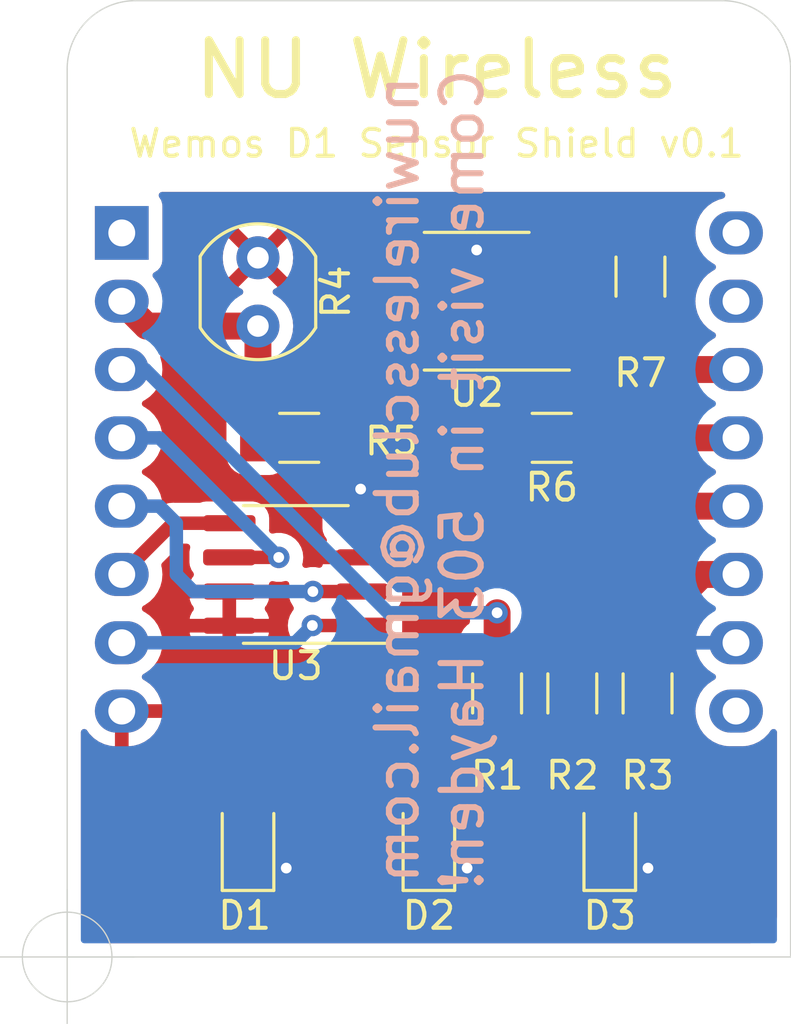
<source format=kicad_pcb>
(kicad_pcb (version 20201220) (generator pcbnew)
  (layers (0 "F.Cu" signal) (31 "B.Cu" signal) (34 "B.Paste" user) (35 "F.Paste" user) (36 "B.SilkS" user "B.Silkscreen") (37 "F.SilkS" user "F.Silkscreen") (38 "B.Mask" user) (39 "F.Mask" user) (44 "Edge.Cuts" user))
  (net 0 "")
  (net 1 "GND")
  (net 2 "Net-(D1-Pad2)")
  (net 3 "Net-(D2-Pad2)")
  (net 4 "Net-(D3-Pad2)")
  (net 5 "LED1")
  (net 6 "LED2")
  (net 7 "LED3")
  (net 8 "+3V3")
  (net 9 "PHOTOCELL")
  (net 10 "SDA")
  (net 11 "SCL")
  (net 12 "no_connect_16")
  (net 13 "SCK")
  (net 14 "MISO")
  (net 15 "MOSI")
  (net 16 "CS")
  (net 17 "no_connect_19")
  (net 18 "no_connect_17")
  (net 19 "no_connect_18")
  (net 20 "no_connect_20")
  (footprint "LED_SMD:LED_0805_2012Metric_Pad1.15x1.40mm_HandSolder" (layer "F.Cu") (at 67.818 78.47 90)
    (fp_text reference "D2" (at -2.794 0 180) (layer "F.SilkS"))
    (fp_text value "Orange")
    (fp_line (start -1.86 -0.96) (end -1.86 0.96) (layer "F.SilkS") (width 0.12))
    (fp_line (start 1 -0.96) (end -1.86 -0.96) (layer "F.SilkS") (width 0.12))
    (fp_line (start -1.86 0.96) (end 1 0.96) (layer "F.SilkS") (width 0.12))
    (pad "1" smd roundrect (at -1.025 0 90) (size 1.15 1.4) (layers "F.Cu" "F.Paste" "F.Mask") (roundrect_rratio 0.2173913043478261) (net 1 "GND"))
    (pad "2" smd roundrect (at 1.025 0 90) (size 1.15 1.4) (layers "F.Cu" "F.Paste" "F.Mask") (roundrect_rratio 0.2173913043478261) (net 3 "Net-(D2-Pad2)"))
  )
  (footprint "Resistor_SMD:R_1206_3216Metric_Pad1.30x1.75mm_HandSolder" (layer "F.Cu") (at 73.156 73.004 90)
    (fp_text reference "R2" (at -3.05 0 180) (layer "F.SilkS"))
    (fp_text value "68")
    (fp_line (start -0.727064 0.91) (end 0.727064 0.91) (layer "F.SilkS") (width 0.12))
    (fp_line (start -0.727064 -0.91) (end 0.727064 -0.91) (layer "F.SilkS") (width 0.12))
    (pad "1" smd roundrect (at -1.55 0 90) (size 1.3 1.75) (layers "F.Cu" "F.Paste" "F.Mask") (roundrect_rratio 0.1923076923076923) (net 3 "Net-(D2-Pad2)"))
    (pad "2" smd roundrect (at 1.55 0 90) (size 1.3 1.75) (layers "F.Cu" "F.Paste" "F.Mask") (roundrect_rratio 0.1923076923076923) (net 6 "LED2"))
  )
  (footprint "Resistor_SMD:R_1206_3216Metric_Pad1.30x1.75mm_HandSolder" (layer "F.Cu") (at 62.992 63.5)
    (fp_text reference "R5" (at 3.429 0.127) (layer "F.SilkS"))
    (fp_text value "4k7")
    (fp_line (start -0.727064 -0.91) (end 0.727064 -0.91) (layer "F.SilkS") (width 0.12))
    (fp_line (start -0.727064 0.91) (end 0.727064 0.91) (layer "F.SilkS") (width 0.12))
    (pad "1" smd roundrect (at -1.55 0) (size 1.3 1.75) (layers "F.Cu" "F.Paste" "F.Mask") (roundrect_rratio 0.1923076923076923) (net 9 "PHOTOCELL"))
    (pad "2" smd roundrect (at 1.55 0) (size 1.3 1.75) (layers "F.Cu" "F.Paste" "F.Mask") (roundrect_rratio 0.1923076923076923) (net 1 "GND"))
  )
  (footprint "Resistor_SMD:R_1206_3216Metric_Pad1.30x1.75mm_HandSolder" (layer "F.Cu") (at 72.39 63.5)
    (fp_text reference "R6" (at 0 1.8415) (layer "F.SilkS"))
    (fp_text value "10k")
    (fp_line (start -0.727064 -0.91) (end 0.727064 -0.91) (layer "F.SilkS") (width 0.12))
    (fp_line (start -0.727064 0.91) (end 0.727064 0.91) (layer "F.SilkS") (width 0.12))
    (pad "1" smd roundrect (at -1.55 0) (size 1.3 1.75) (layers "F.Cu" "F.Paste" "F.Mask") (roundrect_rratio 0.1923076923076923) (net 8 "+3V3"))
    (pad "2" smd roundrect (at 1.55 0) (size 1.3 1.75) (layers "F.Cu" "F.Paste" "F.Mask") (roundrect_rratio 0.1923076923076923) (net 10 "SDA"))
  )
  (footprint "Resistor_SMD:R_1206_3216Metric_Pad1.30x1.75mm_HandSolder" (layer "F.Cu") (at 75.692 57.5056 -90)
    (fp_text reference "R7" (at 3.582 0 180) (layer "F.SilkS"))
    (fp_text value "10k")
    (fp_line (start -0.727064 0.91) (end 0.727064 0.91) (layer "F.SilkS") (width 0.12))
    (fp_line (start -0.727064 -0.91) (end 0.727064 -0.91) (layer "F.SilkS") (width 0.12))
    (pad "1" smd roundrect (at -1.55 0 270) (size 1.3 1.75) (layers "F.Cu" "F.Paste" "F.Mask") (roundrect_rratio 0.1923076923076923) (net 8 "+3V3"))
    (pad "2" smd roundrect (at 1.55 0 270) (size 1.3 1.75) (layers "F.Cu" "F.Paste" "F.Mask") (roundrect_rratio 0.1923076923076923) (net 11 "SCL"))
  )
  (footprint "Module:WEMOS_D1_mini_light" (layer "F.Cu") (at 56.388 55.88)
    (fp_text reference "U1" hide)
    (fp_text value "WeMos_D1_mini")
    (pad "1" thru_hole rect (at 0 0) (size 2 2) (drill 1) (layers *.Cu *.Mask) (net 12 "no_connect_16"))
    (pad "2" thru_hole oval (at 0 2.54) (size 2 1.6) (drill 1) (layers *.Cu *.Mask) (net 9 "PHOTOCELL"))
    (pad "3" thru_hole oval (at 0 5.08) (size 2 1.6) (drill 1) (layers *.Cu *.Mask) (net 5 "LED1"))
    (pad "4" thru_hole oval (at 0 7.62) (size 2 1.6) (drill 1) (layers *.Cu *.Mask) (net 13 "SCK"))
    (pad "5" thru_hole oval (at 0 10.16) (size 2 1.6) (drill 1) (layers *.Cu *.Mask) (net 14 "MISO"))
    (pad "6" thru_hole oval (at 0 12.7) (size 2 1.6) (drill 1) (layers *.Cu *.Mask) (net 15 "MOSI"))
    (pad "7" thru_hole oval (at 0 15.24) (size 2 1.6) (drill 1) (layers *.Cu *.Mask) (net 16 "CS"))
    (pad "8" thru_hole oval (at 0 17.78) (size 2 1.6) (drill 1) (layers *.Cu *.Mask) (net 8 "+3V3"))
    (pad "9" thru_hole oval (at 22.86 17.78) (size 2 1.6) (drill 1) (layers *.Cu *.Mask) (net 17 "no_connect_19"))
    (pad "10" thru_hole oval (at 22.86 15.24) (size 2 1.6) (drill 1) (layers *.Cu *.Mask) (net 1 "GND"))
    (pad "11" thru_hole oval (at 22.86 12.7) (size 2 1.6) (drill 1) (layers *.Cu *.Mask) (net 7 "LED3"))
    (pad "12" thru_hole oval (at 22.86 10.16) (size 2 1.6) (drill 1) (layers *.Cu *.Mask) (net 6 "LED2"))
    (pad "13" thru_hole oval (at 22.86 7.62) (size 2 1.6) (drill 1) (layers *.Cu *.Mask) (net 10 "SDA"))
    (pad "14" thru_hole oval (at 22.86 5.08) (size 2 1.6) (drill 1) (layers *.Cu *.Mask) (net 11 "SCL"))
    (pad "15" thru_hole oval (at 22.86 2.54) (size 2 1.6) (drill 1) (layers *.Cu *.Mask) (net 18 "no_connect_17"))
    (pad "16" thru_hole oval (at 22.86 0) (size 2 1.6) (drill 1) (layers *.Cu *.Mask) (net 19 "no_connect_18"))
  )
  (footprint "Package_SO:SOIC-8_3.9x4.9mm_P1.27mm" (layer "F.Cu") (at 62.865 68.58 180)
    (fp_text reference "U3" (at 0 -3.4) (layer "F.SilkS"))
    (fp_text value "W25Q16JV")
    (fp_line (start 0 -2.56) (end -3.45 -2.56) (layer "F.SilkS") (width 0.12))
    (fp_line (start 0 -2.56) (end 1.95 -2.56) (layer "F.SilkS") (width 0.12))
    (fp_line (start 0 2.56) (end -1.95 2.56) (layer "F.SilkS") (width 0.12))
    (fp_line (start 0 2.56) (end 1.95 2.56) (layer "F.SilkS") (width 0.12))
    (pad "1" smd roundrect (at -2.475 -1.905 180) (size 1.95 0.6) (layers "F.Cu" "F.Paste" "F.Mask") (net 16 "CS"))
    (pad "2" smd roundrect (at -2.475 -0.635 180) (size 1.95 0.6) (layers "F.Cu" "F.Paste" "F.Mask") (net 14 "MISO"))
    (pad "3" smd roundrect (at -2.475 0.635 180) (size 1.95 0.6) (layers "F.Cu" "F.Paste" "F.Mask") (net 8 "+3V3"))
    (pad "4" smd roundrect (at -2.475 1.905 180) (size 1.95 0.6) (layers "F.Cu" "F.Paste" "F.Mask") (net 1 "GND"))
    (pad "5" smd roundrect (at 2.475 1.905 180) (size 1.95 0.6) (layers "F.Cu" "F.Paste" "F.Mask") (net 15 "MOSI"))
    (pad "6" smd roundrect (at 2.475 0.635 180) (size 1.95 0.6) (layers "F.Cu" "F.Paste" "F.Mask") (net 13 "SCK"))
    (pad "7" smd roundrect (at 2.475 -0.635 180) (size 1.95 0.6) (layers "F.Cu" "F.Paste" "F.Mask") (net 8 "+3V3"))
    (pad "8" smd roundrect (at 2.475 -1.905 180) (size 1.95 0.6) (layers "F.Cu" "F.Paste" "F.Mask") (net 8 "+3V3"))
  )
  (footprint "LED_SMD:LED_0805_2012Metric_Pad1.15x1.40mm_HandSolder" (layer "F.Cu") (at 74.549 78.47 90)
    (fp_text reference "D3" (at -2.794 0 180) (layer "F.SilkS"))
    (fp_text value "Green")
    (fp_line (start -1.86 -0.96) (end -1.86 0.96) (layer "F.SilkS") (width 0.12))
    (fp_line (start 1 -0.96) (end -1.86 -0.96) (layer "F.SilkS") (width 0.12))
    (fp_line (start -1.86 0.96) (end 1 0.96) (layer "F.SilkS") (width 0.12))
    (pad "1" smd roundrect (at -1.025 0 90) (size 1.15 1.4) (layers "F.Cu" "F.Paste" "F.Mask") (roundrect_rratio 0.2173913043478261) (net 1 "GND"))
    (pad "2" smd roundrect (at 1.025 0 90) (size 1.15 1.4) (layers "F.Cu" "F.Paste" "F.Mask") (roundrect_rratio 0.2173913043478261) (net 4 "Net-(D3-Pad2)"))
  )
  (footprint "Package_SO:SOIC-8_3.9x4.9mm_P1.27mm" (layer "F.Cu") (at 69.596 58.42 180)
    (fp_text reference "U2" (at 0 -3.4) (layer "F.SilkS"))
    (fp_text value "LM75B")
    (fp_line (start 0 -2.56) (end 1.95 -2.56) (layer "F.SilkS") (width 0.12))
    (fp_line (start 0 -2.56) (end -3.45 -2.56) (layer "F.SilkS") (width 0.12))
    (fp_line (start 0 2.56) (end 1.95 2.56) (layer "F.SilkS") (width 0.12))
    (fp_line (start 0 2.56) (end -1.95 2.56) (layer "F.SilkS") (width 0.12))
    (pad "1" smd roundrect (at -2.475 -1.905 180) (size 1.95 0.6) (layers "F.Cu" "F.Paste" "F.Mask") (net 10 "SDA"))
    (pad "2" smd roundrect (at -2.475 -0.635 180) (size 1.95 0.6) (layers "F.Cu" "F.Paste" "F.Mask") (net 11 "SCL"))
    (pad "3" smd roundrect (at -2.475 0.635 180) (size 1.95 0.6) (layers "F.Cu" "F.Paste" "F.Mask") (net 20 "no_connect_20"))
    (pad "4" smd roundrect (at -2.475 1.905 180) (size 1.95 0.6) (layers "F.Cu" "F.Paste" "F.Mask") (net 1 "GND"))
    (pad "5" smd roundrect (at 2.475 1.905 180) (size 1.95 0.6) (layers "F.Cu" "F.Paste" "F.Mask") (net 1 "GND"))
    (pad "6" smd roundrect (at 2.475 0.635 180) (size 1.95 0.6) (layers "F.Cu" "F.Paste" "F.Mask") (net 1 "GND"))
    (pad "7" smd roundrect (at 2.475 -0.635 180) (size 1.95 0.6) (layers "F.Cu" "F.Paste" "F.Mask") (net 1 "GND"))
    (pad "8" smd roundrect (at 2.475 -1.905 180) (size 1.95 0.6) (layers "F.Cu" "F.Paste" "F.Mask") (net 8 "+3V3"))
  )
  (footprint "LED_SMD:LED_0805_2012Metric_Pad1.15x1.40mm_HandSolder" (layer "F.Cu") (at 61.087 78.47 90)
    (fp_text reference "D1" (at -2.794 -0.127 180) (layer "F.SilkS"))
    (fp_text value "Red")
    (fp_line (start -1.86 0.96) (end 1 0.96) (layer "F.SilkS") (width 0.12))
    (fp_line (start -1.86 -0.96) (end -1.86 0.96) (layer "F.SilkS") (width 0.12))
    (fp_line (start 1 -0.96) (end -1.86 -0.96) (layer "F.SilkS") (width 0.12))
    (pad "1" smd roundrect (at -1.025 0 90) (size 1.15 1.4) (layers "F.Cu" "F.Paste" "F.Mask") (roundrect_rratio 0.2173913043478261) (net 1 "GND"))
    (pad "2" smd roundrect (at 1.025 0 90) (size 1.15 1.4) (layers "F.Cu" "F.Paste" "F.Mask") (roundrect_rratio 0.2173913043478261) (net 2 "Net-(D1-Pad2)"))
  )
  (footprint "Resistor_SMD:R_1206_3216Metric_Pad1.30x1.75mm_HandSolder" (layer "F.Cu") (at 75.956 73.004 90)
    (fp_text reference "R3" (at -3.05 0 180) (layer "F.SilkS"))
    (fp_text value "68")
    (fp_line (start -0.727064 -0.91) (end 0.727064 -0.91) (layer "F.SilkS") (width 0.12))
    (fp_line (start -0.727064 0.91) (end 0.727064 0.91) (layer "F.SilkS") (width 0.12))
    (pad "1" smd roundrect (at -1.55 0 90) (size 1.3 1.75) (layers "F.Cu" "F.Paste" "F.Mask") (roundrect_rratio 0.1923076923076923) (net 4 "Net-(D3-Pad2)"))
    (pad "2" smd roundrect (at 1.55 0 90) (size 1.3 1.75) (layers "F.Cu" "F.Paste" "F.Mask") (roundrect_rratio 0.1923076923076923) (net 7 "LED3"))
  )
  (footprint "Resistor_SMD:R_1206_3216Metric_Pad1.30x1.75mm_HandSolder" (layer "F.Cu") (at 70.356 73.004 90)
    (fp_text reference "R1" (at -3.05 0 180) (layer "F.SilkS"))
    (fp_text value "68")
    (fp_line (start -0.727064 -0.91) (end 0.727064 -0.91) (layer "F.SilkS") (width 0.12))
    (fp_line (start -0.727064 0.91) (end 0.727064 0.91) (layer "F.SilkS") (width 0.12))
    (pad "1" smd roundrect (at -1.55 0 90) (size 1.3 1.75) (layers "F.Cu" "F.Paste" "F.Mask") (roundrect_rratio 0.1923076923076923) (net 2 "Net-(D1-Pad2)"))
    (pad "2" smd roundrect (at 1.55 0 90) (size 1.3 1.75) (layers "F.Cu" "F.Paste" "F.Mask") (roundrect_rratio 0.1923076923076923) (net 5 "LED1"))
  )
  (footprint "Symbol:OSHW-Logo2_7.3x6mm_Copper" (layer "F.Cu") (at 76.456 79.504 90)
    (fp_text reference "REF**" hide)
    (fp_text value "OSHW-Logo2_7.3x6mm_Copper" hide)
  )
  (footprint "OptoDevice:R_LDR_4.9x4.2mm_P2.54mm_Vertical" (layer "F.Cu") (at 61.456 56.804 -90)
    (fp_text reference "R4" (at 1.27 -2.9 90) (layer "F.SilkS"))
    (fp_text value "R_Photo")
    (fp_line (start -0.05 2.15) (end 2.6 2.15) (layer "F.SilkS") (width 0.12))
    (fp_line (start -0.05 -2.15) (end 2.6 -2.15) (layer "F.SilkS") (width 0.12))
    (fp_arc (start 1.25 0) (end 2.6 -2.15) (angle 115) (layer "F.SilkS") (width 0.12))
    (fp_arc (start 1.25 0) (end -0.05 2.15) (angle 117) (layer "F.SilkS") (width 0.12))
    (pad "1" thru_hole circle (at 0 0 270) (size 1.6 1.6) (drill 0.8) (layers *.Cu *.Mask) (net 8 "+3V3"))
    (pad "2" thru_hole circle (at 2.54 0 270) (size 1.6 1.6) (drill 0.8) (layers *.Cu *.Mask) (net 9 "PHOTOCELL"))
  )
  (gr_line (start 54.356 82.804) (end 54.356 49.784) (layer "Edge.Cuts") (width 0.05))
  (gr_line (start 81.28 49.784) (end 81.28 82.804) (layer "Edge.Cuts") (width 0.05))
  (gr_arc (start 78.74 49.784) (end 81.28 49.784) (angle -90) (layer "Edge.Cuts") (width 0.05))
  (gr_arc (start 56.896 49.784) (end 56.896 47.244) (angle -90) (layer "Edge.Cuts") (width 0.05))
  (gr_line (start 56.896 47.244) (end 78.74 47.244) (layer "Edge.Cuts") (width 0.05))
  (gr_line (start 81.28 82.804) (end 54.356 82.804) (layer "Edge.Cuts") (width 0.05))
  (gr_text "nuwirelessclub@gmail.com\nCome visit in 503 Hayden!" (at 67.856 65.054 90) (layer "B.SilkS") (effects (font (size 1.5 1.5) (thickness 0.225)) (justify mirror)))
  (gr_text "NU Wireless" (at 68.106 49.804) (layer "F.SilkS") (effects (font (size 2 2) (thickness 0.3))))
  (gr_text "Wemos D1 Sensor Shield v0.1" (at 68.106 52.554) (layer "F.SilkS") (effects (font (size 1 1))))
  (target plus (at 54.356 82.804) (size 5) (width 0.05) (layer "Edge.Cuts"))
  (segment (start 64.542 63.5) (end 64.542 64.669) (width 1) (layer "F.Cu") (net 1))
  (segment (start 65.34 65.467) (end 65.278 65.405) (width 0.5) (layer "F.Cu") (net 1))
  (segment (start 67.121 59.055) (end 67.121 57.785) (width 1) (layer "F.Cu") (net 1))
  (segment (start 64.542 64.669) (end 65.278 65.405) (width 1) (layer "F.Cu") (net 1))
  (segment (start 67.121 57.785) (end 67.121 56.515) (width 1) (layer "F.Cu") (net 1))
  (segment (start 75.9677 79.495) (end 75.9714 79.4987) (width 1) (layer "F.Cu") (net 1))
  (segment (start 69.596 56.515) (end 72.071 56.515) (width 1) (layer "F.Cu") (net 1))
  (segment (start 65.34 66.675) (end 65.34 65.467) (width 0.5) (layer "F.Cu") (net 1))
  (segment (start 61.087 79.495) (end 62.5057 79.495) (width 1) (layer "F.Cu") (net 1))
  (segment (start 62.5057 79.495) (end 62.5094 79.4987) (width 1) (layer "F.Cu") (net 1))
  (segment (start 69.2367 79.495) (end 69.2404 79.4987) (width 1) (layer "F.Cu") (net 1))
  (segment (start 74.549 79.495) (end 75.9677 79.495) (width 1) (layer "F.Cu") (net 1))
  (segment (start 67.121 56.515) (end 69.596 56.515) (width 1) (layer "F.Cu") (net 1))
  (segment (start 67.818 79.495) (end 69.2367 79.495) (width 1) (layer "F.Cu") (net 1))
  (via (at 75.9714 79.4987) (size 0.8) (drill 0.4) (layers "F.Cu" "B.Cu") (net 1))
  (via (at 65.278 65.405) (size 0.8) (drill 0.4) (layers "F.Cu" "B.Cu") (net 1))
  (via (at 62.5094 79.4987) (size 0.8) (drill 0.4) (layers "F.Cu" "B.Cu") (net 1))
  (via (at 69.2404 79.4987) (size 0.8) (drill 0.4) (layers "F.Cu" "B.Cu") (net 1))
  (via (at 69.596 56.515) (size 0.8) (drill 0.4) (layers "F.Cu" "B.Cu") (net 1))
  (segment (start 70.356 74.554) (end 67.456 74.554) (width 1) (layer "F.Cu") (net 2))
  (segment (start 67.456 74.554) (end 64.565 77.445) (width 1) (layer "F.Cu") (net 2))
  (segment (start 64.565 77.445) (end 61.087 77.445) (width 1) (layer "F.Cu") (net 2))
  (segment (start 70.265 77.445) (end 73.156 74.554) (width 1) (layer "F.Cu") (net 3))
  (segment (start 67.818 77.445) (end 70.265 77.445) (width 1) (layer "F.Cu") (net 3))
  (segment (start 74.549 77.445) (end 74.549 75.961) (width 1) (layer "F.Cu") (net 4))
  (segment (start 74.549 75.961) (end 75.956 74.554) (width 1) (layer "F.Cu") (net 4))
  (segment (start 74.556 77.438) (end 74.549 77.445) (width 1) (layer "F.Cu") (net 4))
  (segment (start 70.356 71.454) (end 70.356 70.004) (width 1) (layer "F.Cu") (net 5))
  (via (at 70.356 70.004) (size 0.8) (drill 0.4) (layers "F.Cu" "B.Cu") (net 5))
  (segment (start 70.356 70.004) (end 66.306 70.004) (width 0.5) (layer "B.Cu") (net 5))
  (segment (start 66.306 70.004) (end 57.262 60.96) (width 0.5) (layer "B.Cu") (net 5))
  (segment (start 57.262 60.96) (end 56.388 60.96) (width 0.5) (layer "B.Cu") (net 5))
  (segment (start 73.156 71.454) (end 73.156 70.404) (width 1) (layer "F.Cu") (net 6))
  (segment (start 73.156 70.404) (end 77.52 66.04) (width 1) (layer "F.Cu") (net 6))
  (segment (start 79.13799 65.92999) (end 79.248 66.04) (width 0.5) (layer "F.Cu") (net 6))
  (segment (start 77.52 66.04) (end 79.248 66.04) (width 1) (layer "F.Cu") (net 6))
  (segment (start 75.956 71.454) (end 75.956 70.604) (width 1) (layer "F.Cu") (net 7))
  (segment (start 77.98 68.58) (end 79.248 68.58) (width 1) (layer "F.Cu") (net 7))
  (segment (start 75.956 70.604) (end 77.98 68.58) (width 1) (layer "F.Cu") (net 7))
  (segment (start 57.312 59.344) (end 56.388 58.42) (width 1) (layer "F.Cu") (net 9))
  (segment (start 61.468 63.474) (end 61.442 63.5) (width 1) (layer "F.Cu") (net 9))
  (segment (start 61.456 59.344) (end 61.456 63.486) (width 1) (layer "F.Cu") (net 9))
  (segment (start 61.456 59.344) (end 57.312 59.344) (width 1) (layer "F.Cu") (net 9))
  (segment (start 61.456 63.486) (end 61.442 63.5) (width 1) (layer "F.Cu") (net 9))
  (segment (start 73.94 63.1196) (end 73.94 63.5) (width 0.5) (layer "F.Cu") (net 10))
  (segment (start 72.071 60.325) (end 72.071 61.2506) (width 0.5) (layer "F.Cu") (net 10))
  (segment (start 73.94 63.5) (end 79.248 63.5) (width 1) (layer "F.Cu") (net 10))
  (segment (start 72.071 61.2506) (end 73.94 63.1196) (width 0.5) (layer "F.Cu") (net 10))
  (segment (start 76.073 59.055) (end 76.2 58.928) (width 0.5) (layer "F.Cu") (net 11))
  (segment (start 75.6914 59.055) (end 75.692 59.0556) (width 0.5) (layer "F.Cu") (net 11))
  (segment (start 79.248 60.96) (end 77.5964 60.96) (width 1) (layer "F.Cu") (net 11))
  (segment (start 77.5964 60.96) (end 75.692 59.0556) (width 1) (layer "F.Cu") (net 11))
  (segment (start 72.071 59.055) (end 75.6914 59.055) (width 0.5) (layer "F.Cu") (net 11))
  (segment (start 62.23 67.945) (end 60.39 67.945) (width 0.5) (layer "F.Cu") (net 13))
  (via (at 62.23 67.945) (size 0.8) (drill 0.4) (layers "F.Cu" "B.Cu") (net 13))
  (segment (start 56.388 63.5) (end 57.785 63.5) (width 0.5) (layer "B.Cu") (net 13))
  (segment (start 57.785 63.5) (end 62.23 67.945) (width 0.5) (layer "B.Cu") (net 13))
  (segment (start 63.5 69.215) (end 65.34 69.215) (width 0.5) (layer "F.Cu") (net 14))
  (via (at 63.5 69.215) (size 0.8) (drill 0.4) (layers "F.Cu" "B.Cu") (net 14))
  (segment (start 58.42 68.58) (end 59.055 69.215) (width 0.5) (layer "B.Cu") (net 14))
  (segment (start 58.42 66.675) (end 58.42 68.58) (width 0.5) (layer "B.Cu") (net 14))
  (segment (start 56.388 66.04) (end 57.785 66.04) (width 0.5) (layer "B.Cu") (net 14))
  (segment (start 57.785 66.04) (end 58.42 66.675) (width 0.5) (layer "B.Cu") (net 14))
  (segment (start 59.055 69.215) (end 63.5 69.215) (width 0.5) (layer "B.Cu") (net 14))
  (segment (start 58.293 66.675) (end 60.39 66.675) (width 0.5) (layer "F.Cu") (net 15))
  (segment (start 56.388 68.58) (end 58.293 66.675) (width 0.5) (layer "F.Cu") (net 15))
  (segment (start 65.334 70.479) (end 65.34 70.485) (width 0.5) (layer "F.Cu") (net 16))
  (segment (start 63.481 70.479) (end 65.334 70.479) (width 0.5) (layer "F.Cu") (net 16))
  (via (at 63.481 70.479) (size 0.8) (drill 0.4) (layers "F.Cu" "B.Cu") (net 16))
  (segment (start 62.84 71.12) (end 63.481 70.479) (width 0.5) (layer "B.Cu") (net 16))
  (segment (start 56.388 71.12) (end 62.84 71.12) (width 0.5) (layer "B.Cu") (net 16))
  (zone (net 8) (net_name "+3V3") (layer "F.Cu") (connect_pads (clearance 0.508)) (min_thickness 0.254) (fill yes (thermal_gap 0.508) (thermal_bridge_width 0.508) (smoothing fillet) (radius 1))
    (polygon (pts (xy 81.28 82.804) (xy 54.356 82.804) (xy 54.356 54.356) (xy 81.28 54.356)))
  )
  (zone (net 1) (net_name "GND") (layer "B.Cu") (connect_pads (clearance 0.508)) (min_thickness 0.254) (fill yes (thermal_gap 0.508) (thermal_bridge_width 0.508))
    (polygon (pts (xy 81.28 82.804) (xy 54.356 82.804) (xy 54.356 54.356) (xy 81.28 54.356)))
  )
)
</source>
